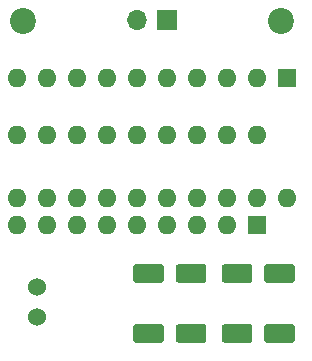
<source format=gbr>
%TF.GenerationSoftware,KiCad,Pcbnew,(5.1.9)-1*%
%TF.CreationDate,2021-06-15T19:55:56-04:00*%
%TF.ProjectId,uVU,7556552e-6b69-4636-9164-5f7063625858,rev?*%
%TF.SameCoordinates,Original*%
%TF.FileFunction,Soldermask,Top*%
%TF.FilePolarity,Negative*%
%FSLAX46Y46*%
G04 Gerber Fmt 4.6, Leading zero omitted, Abs format (unit mm)*
G04 Created by KiCad (PCBNEW (5.1.9)-1) date 2021-06-15 19:55:56*
%MOMM*%
%LPD*%
G01*
G04 APERTURE LIST*
%ADD10O,1.600000X1.600000*%
%ADD11R,1.600000X1.600000*%
%ADD12C,1.524000*%
%ADD13O,1.700000X1.700000*%
%ADD14R,1.700000X1.700000*%
%ADD15C,2.200000*%
G04 APERTURE END LIST*
D10*
%TO.C,U2*%
X98552000Y-82042000D03*
X78232000Y-89662000D03*
X96012000Y-82042000D03*
X80772000Y-89662000D03*
X93472000Y-82042000D03*
X83312000Y-89662000D03*
X90932000Y-82042000D03*
X85852000Y-89662000D03*
X88392000Y-82042000D03*
X88392000Y-89662000D03*
X85852000Y-82042000D03*
X90932000Y-89662000D03*
X83312000Y-82042000D03*
X93472000Y-89662000D03*
X80772000Y-82042000D03*
X96012000Y-89662000D03*
X78232000Y-82042000D03*
D11*
X98552000Y-89662000D03*
%TD*%
D12*
%TO.C,MIC*%
X79915000Y-94889000D03*
X79915000Y-97389000D03*
%TD*%
D13*
%TO.C,J1*%
X88392000Y-72263000D03*
D14*
X90932000Y-72263000D03*
%TD*%
D15*
%TO.C,H2*%
X100584000Y-72390000D03*
%TD*%
%TO.C,H1*%
X78740000Y-72390000D03*
%TD*%
D10*
%TO.C,D1*%
X78232000Y-77216000D03*
X78232000Y-87376000D03*
X80772000Y-77216000D03*
X80772000Y-87376000D03*
X101092000Y-87376000D03*
X83312000Y-77216000D03*
X98552000Y-87376000D03*
X85852000Y-77216000D03*
X96012000Y-87376000D03*
X88392000Y-77216000D03*
X93472000Y-87376000D03*
X90932000Y-77216000D03*
X90932000Y-87376000D03*
X93472000Y-77216000D03*
X88392000Y-87376000D03*
X96012000Y-77216000D03*
X85852000Y-87376000D03*
X98552000Y-77216000D03*
X83312000Y-87376000D03*
D11*
X101092000Y-77216000D03*
%TD*%
%TO.C,C5*%
G36*
G01*
X99179000Y-99356000D02*
X99179000Y-98256000D01*
G75*
G02*
X99429000Y-98006000I250000J0D01*
G01*
X101529000Y-98006000D01*
G75*
G02*
X101779000Y-98256000I0J-250000D01*
G01*
X101779000Y-99356000D01*
G75*
G02*
X101529000Y-99606000I-250000J0D01*
G01*
X99429000Y-99606000D01*
G75*
G02*
X99179000Y-99356000I0J250000D01*
G01*
G37*
G36*
G01*
X95579000Y-99356000D02*
X95579000Y-98256000D01*
G75*
G02*
X95829000Y-98006000I250000J0D01*
G01*
X97929000Y-98006000D01*
G75*
G02*
X98179000Y-98256000I0J-250000D01*
G01*
X98179000Y-99356000D01*
G75*
G02*
X97929000Y-99606000I-250000J0D01*
G01*
X95829000Y-99606000D01*
G75*
G02*
X95579000Y-99356000I0J250000D01*
G01*
G37*
%TD*%
%TO.C,C3*%
G36*
G01*
X91686000Y-99356000D02*
X91686000Y-98256000D01*
G75*
G02*
X91936000Y-98006000I250000J0D01*
G01*
X94036000Y-98006000D01*
G75*
G02*
X94286000Y-98256000I0J-250000D01*
G01*
X94286000Y-99356000D01*
G75*
G02*
X94036000Y-99606000I-250000J0D01*
G01*
X91936000Y-99606000D01*
G75*
G02*
X91686000Y-99356000I0J250000D01*
G01*
G37*
G36*
G01*
X88086000Y-99356000D02*
X88086000Y-98256000D01*
G75*
G02*
X88336000Y-98006000I250000J0D01*
G01*
X90436000Y-98006000D01*
G75*
G02*
X90686000Y-98256000I0J-250000D01*
G01*
X90686000Y-99356000D01*
G75*
G02*
X90436000Y-99606000I-250000J0D01*
G01*
X88336000Y-99606000D01*
G75*
G02*
X88086000Y-99356000I0J250000D01*
G01*
G37*
%TD*%
%TO.C,C2*%
G36*
G01*
X99179000Y-94276000D02*
X99179000Y-93176000D01*
G75*
G02*
X99429000Y-92926000I250000J0D01*
G01*
X101529000Y-92926000D01*
G75*
G02*
X101779000Y-93176000I0J-250000D01*
G01*
X101779000Y-94276000D01*
G75*
G02*
X101529000Y-94526000I-250000J0D01*
G01*
X99429000Y-94526000D01*
G75*
G02*
X99179000Y-94276000I0J250000D01*
G01*
G37*
G36*
G01*
X95579000Y-94276000D02*
X95579000Y-93176000D01*
G75*
G02*
X95829000Y-92926000I250000J0D01*
G01*
X97929000Y-92926000D01*
G75*
G02*
X98179000Y-93176000I0J-250000D01*
G01*
X98179000Y-94276000D01*
G75*
G02*
X97929000Y-94526000I-250000J0D01*
G01*
X95829000Y-94526000D01*
G75*
G02*
X95579000Y-94276000I0J250000D01*
G01*
G37*
%TD*%
%TO.C,C1*%
G36*
G01*
X91686000Y-94276000D02*
X91686000Y-93176000D01*
G75*
G02*
X91936000Y-92926000I250000J0D01*
G01*
X94036000Y-92926000D01*
G75*
G02*
X94286000Y-93176000I0J-250000D01*
G01*
X94286000Y-94276000D01*
G75*
G02*
X94036000Y-94526000I-250000J0D01*
G01*
X91936000Y-94526000D01*
G75*
G02*
X91686000Y-94276000I0J250000D01*
G01*
G37*
G36*
G01*
X88086000Y-94276000D02*
X88086000Y-93176000D01*
G75*
G02*
X88336000Y-92926000I250000J0D01*
G01*
X90436000Y-92926000D01*
G75*
G02*
X90686000Y-93176000I0J-250000D01*
G01*
X90686000Y-94276000D01*
G75*
G02*
X90436000Y-94526000I-250000J0D01*
G01*
X88336000Y-94526000D01*
G75*
G02*
X88086000Y-94276000I0J250000D01*
G01*
G37*
%TD*%
M02*

</source>
